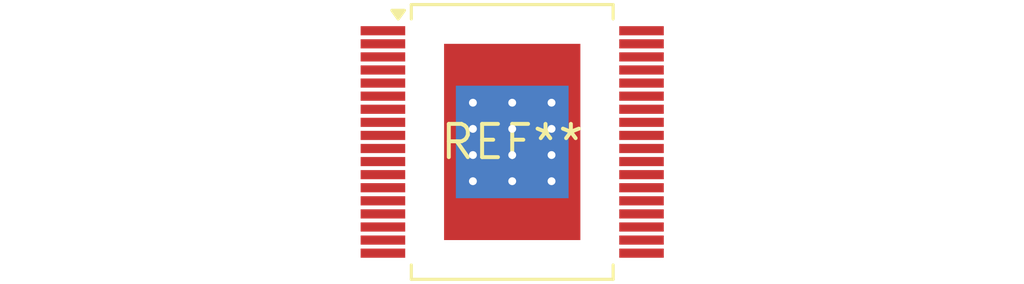
<source format=kicad_pcb>
(kicad_pcb (version 20240108) (generator pcbnew)
  (layers (0 "F.Cu" signal) (31 "B.Cu" signal) (34 "B.Paste" user) (35 "F.Paste" user) (36 "B.SilkS" user "B.Silkscreen") (37 "F.SilkS" user "F.Silkscreen") (38 "B.Mask" user) (39 "F.Mask" user) (44 "Edge.Cuts" user))
  (net 0 "")
  (footprint "ST_PowerSSO-36_SlugDown_ThermalVias" (layer "F.Cu") (at 0 0)
    (property "Reference" "REF**")
    (property "Value" "ST_PowerSSO-36_SlugDown_ThermalVias")
    (fp_line (start -3.85 -5.25) (end -3.85 -4.7) (layer "F.SilkS") (stroke (width 0.12)))
    (fp_line (start -3.85 5.25) (end -3.85 4.7) (layer "F.SilkS") (stroke (width 0.12)))
    (fp_line (start 3.85 -5.25) (end -3.85 -5.25) (layer "F.SilkS") (stroke (width 0.12)))
    (fp_line (start 3.85 -5.25) (end 3.85 -4.7) (layer "F.SilkS") (stroke (width 0.12)))
    (fp_line (start 3.85 5.25) (end -3.85 5.25) (layer "F.SilkS") (stroke (width 0.12)))
    (fp_line (start 3.85 5.25) (end 3.85 4.7) (layer "F.SilkS") (stroke (width 0.12)))
    (fp_poly (pts (xy -4.35 -4.7) (xy -4.59 -5.03) (xy -4.11 -5.03) (xy -4.35 -4.7)) (layer "F.SilkS") (stroke (width 0.12)) (fill solid))
    (pad "1" smd rect (at -4.9325 -4.25) (size 1.7 0.35) (layers "F.Cu" "F.Paste" "F.Mask"))
    (pad "2" smd rect (at -4.9325 -3.75) (size 1.7 0.35) (layers "F.Cu" "F.Paste" "F.Mask"))
    (pad "3" smd rect (at -4.9325 -3.25) (size 1.7 0.35) (layers "F.Cu" "F.Paste" "F.Mask"))
    (pad "4" smd rect (at -4.9325 -2.75) (size 1.7 0.35) (layers "F.Cu" "F.Paste" "F.Mask"))
    (pad "5" smd rect (at -4.9325 -2.25) (size 1.7 0.35) (layers "F.Cu" "F.Paste" "F.Mask"))
    (pad "6" smd rect (at -4.9325 -1.75) (size 1.7 0.35) (layers "F.Cu" "F.Paste" "F.Mask"))
    (pad "7" smd rect (at -4.9325 -1.25) (size 1.7 0.35) (layers "F.Cu" "F.Paste" "F.Mask"))
    (pad "8" smd rect (at -4.9325 -0.75) (size 1.7 0.35) (layers "F.Cu" "F.Paste" "F.Mask"))
    (pad "9" smd rect (at -4.9325 -0.25) (size 1.7 0.35) (layers "F.Cu" "F.Paste" "F.Mask"))
    (pad "10" smd rect (at -4.9325 0.25) (size 1.7 0.35) (layers "F.Cu" "F.Paste" "F.Mask"))
    (pad "11" smd rect (at -4.9325 0.75) (size 1.7 0.35) (layers "F.Cu" "F.Paste" "F.Mask"))
    (pad "12" smd rect (at -4.9325 1.25) (size 1.7 0.35) (layers "F.Cu" "F.Paste" "F.Mask"))
    (pad "13" smd rect (at -4.9325 1.75) (size 1.7 0.35) (layers "F.Cu" "F.Paste" "F.Mask"))
    (pad "14" smd rect (at -4.9325 2.25) (size 1.7 0.35) (layers "F.Cu" "F.Paste" "F.Mask"))
    (pad "15" smd rect (at -4.9325 2.75) (size 1.7 0.35) (layers "F.Cu" "F.Paste" "F.Mask"))
    (pad "16" smd rect (at -4.9325 3.25) (size 1.7 0.35) (layers "F.Cu" "F.Paste" "F.Mask"))
    (pad "17" smd rect (at -4.9325 3.75) (size 1.7 0.35) (layers "F.Cu" "F.Paste" "F.Mask"))
    (pad "18" smd rect (at -4.9325 4.25) (size 1.7 0.35) (layers "F.Cu" "F.Paste" "F.Mask"))
    (pad "19" smd rect (at 4.9325 4.25) (size 1.7 0.35) (layers "F.Cu" "F.Paste" "F.Mask"))
    (pad "20" smd rect (at 4.9325 3.75) (size 1.7 0.35) (layers "F.Cu" "F.Paste" "F.Mask"))
    (pad "21" smd rect (at 4.9325 3.25) (size 1.7 0.35) (layers "F.Cu" "F.Paste" "F.Mask"))
    (pad "22" smd rect (at 4.9325 2.75) (size 1.7 0.35) (layers "F.Cu" "F.Paste" "F.Mask"))
    (pad "23" smd rect (at 4.9325 2.25) (size 1.7 0.35) (layers "F.Cu" "F.Paste" "F.Mask"))
    (pad "24" smd rect (at 4.9325 1.75) (size 1.7 0.35) (layers "F.Cu" "F.Paste" "F.Mask"))
    (pad "25" smd rect (at 4.9325 1.25) (size 1.7 0.35) (layers "F.Cu" "F.Paste" "F.Mask"))
    (pad "26" smd rect (at 4.9325 0.75) (size 1.7 0.35) (layers "F.Cu" "F.Paste" "F.Mask"))
    (pad "27" smd rect (at 4.9325 0.25) (size 1.7 0.35) (layers "F.Cu" "F.Paste" "F.Mask"))
    (pad "28" smd rect (at 4.9325 -0.25) (size 1.7 0.35) (layers "F.Cu" "F.Paste" "F.Mask"))
    (pad "29" smd rect (at 4.9325 -0.75) (size 1.7 0.35) (layers "F.Cu" "F.Paste" "F.Mask"))
    (pad "30" smd rect (at 4.9325 -1.25) (size 1.7 0.35) (layers "F.Cu" "F.Paste" "F.Mask"))
    (pad "31" smd rect (at 4.9325 -1.75) (size 1.7 0.35) (layers "F.Cu" "F.Paste" "F.Mask"))
    (pad "32" smd rect (at 4.9325 -2.25) (size 1.7 0.35) (layers "F.Cu" "F.Paste" "F.Mask"))
    (pad "33" smd rect (at 4.9325 -2.75) (size 1.7 0.35) (layers "F.Cu" "F.Paste" "F.Mask"))
    (pad "34" smd rect (at 4.9325 -3.25) (size 1.7 0.35) (layers "F.Cu" "F.Paste" "F.Mask"))
    (pad "35" smd rect (at 4.9325 -3.75) (size 1.7 0.35) (layers "F.Cu" "F.Paste" "F.Mask"))
    (pad "36" smd rect (at 4.9325 -4.25) (size 1.7 0.35) (layers "F.Cu" "F.Paste" "F.Mask"))
    (pad "37" thru_hole circle (at -1.5 -1.5) (size 0.6 0.6) (drill 0.3) (layers *.Cu) (remove_unused_layers))
    (pad "37" thru_hole circle (at -1.5 -0.5) (size 0.6 0.6) (drill 0.3) (layers *.Cu) (remove_unused_layers))
    (pad "37" thru_hole circle (at -1.5 0.5) (size 0.6 0.6) (drill 0.3) (layers *.Cu) (remove_unused_layers))
    (pad "37" thru_hole circle (at -1.5 1.5) (size 0.6 0.6) (drill 0.3) (layers *.Cu) (remove_unused_layers))
    (pad "37" thru_hole circle (at 0 -1.5) (size 0.6 0.6) (drill 0.3) (layers *.Cu) (remove_unused_layers))
    (pad "37" thru_hole circle (at 0 -0.5) (size 0.6 0.6) (drill 0.3) (layers *.Cu) (remove_unused_layers))
    (pad "37" smd rect (at 0 0) (size 4.3 4.3) (layers "B.Cu"))
    (pad "37" smd rect (at 0 0) (size 5.2 7.5) (layers "F.Cu" "F.Paste" "F.Mask"))
    (pad "37" thru_hole circle (at 0 0.5) (size 0.6 0.6) (drill 0.3) (layers *.Cu) (remove_unused_layers))
    (pad "37" thru_hole circle (at 0 1.5) (size 0.6 0.6) (drill 0.3) (layers *.Cu) (remove_unused_layers))
    (pad "37" thru_hole circle (at 1.5 -1.5) (size 0.6 0.6) (drill 0.3) (layers *.Cu) (remove_unused_layers))
    (pad "37" thru_hole circle (at 1.5 -0.5) (size 0.6 0.6) (drill 0.3) (layers *.Cu) (remove_unused_layers))
    (pad "37" thru_hole circle (at 1.5 0.5) (size 0.6 0.6) (drill 0.3) (layers *.Cu) (remove_unused_layers))
    (pad "37" thru_hole circle (at 1.5 1.5) (size 0.6 0.6) (drill 0.3) (layers *.Cu) (remove_unused_layers))
  )
)
</source>
